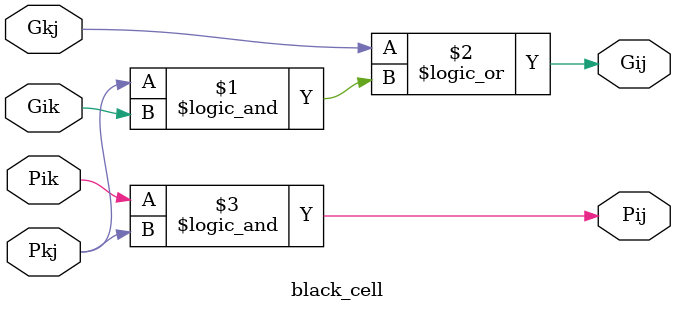
<source format=v>
module black_cell(
    input Gik,
    input Pik,
    input Gkj,
    input Pkj,
    output Gij,
    output Pij
);
    assign Gij = Gkj || (Pkj && Gik);
    assign Pij = Pik && Pkj;
endmodule
</source>
